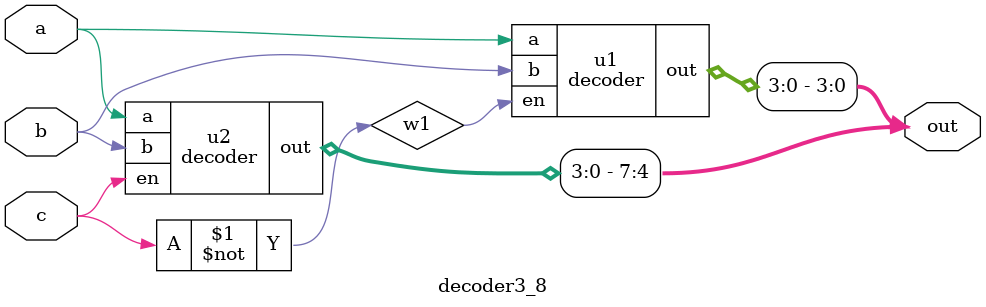
<source format=v>
module decoder(a,b,en,out);
  input a,b,en;
  output [3:0]out;
  
  assign out[3] = en&a&b;
  assign out[2] = en&a&(~b);
  assign out[1] = en & ~a&b;
  assign out[0] = en& ~a & ~b;
endmodule

module decoder3_8(a,b,c,out);
  input a,b,c;
  output reg [7:0]out;
  wire  w1,w2;
  assign w1 = ~c;                // the third input act as an enable pin
 
    
  decoder u1(.a(a),.b(b),.en(w1),.out(out[3:0]));
    
  decoder u2(.a(a),.b(b),.en(c),.out(out[7:4]));
  
endmodule

</source>
